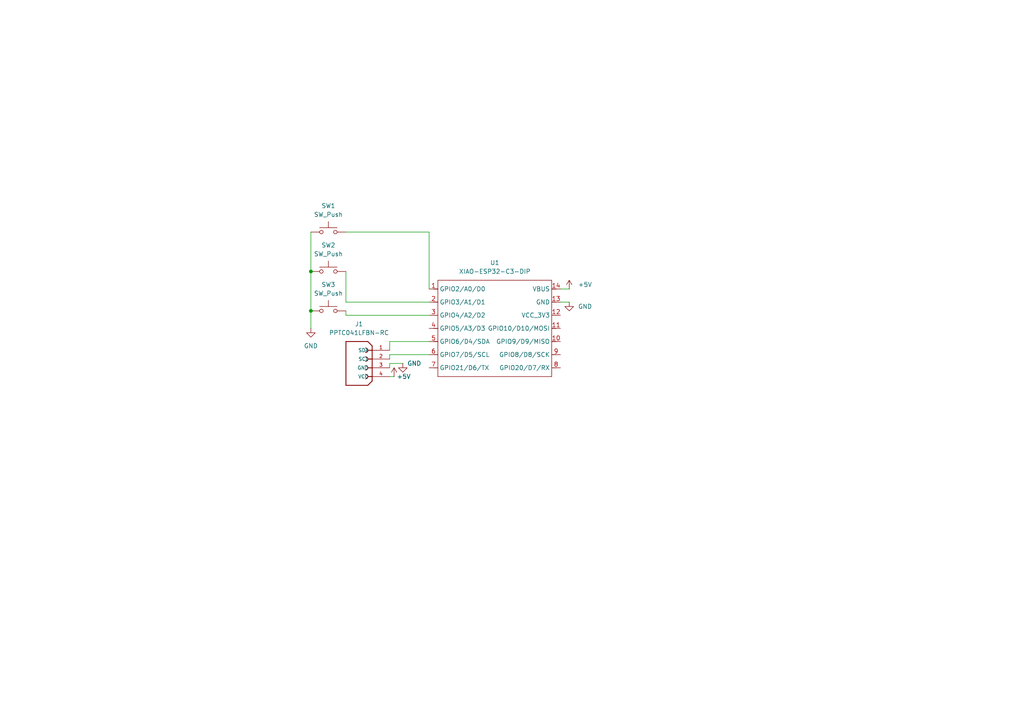
<source format=kicad_sch>
(kicad_sch (version 20250114) (generator "eeschema") (generator_version "9.0")
  (paper "A4")
  (lib_symbols
    (symbol "Headers:PPTC041LFBN-RC" (pin_names (offset 1.016))
      (property "Reference" "J" (at -7.62 6.35 0))
      (property "Value" "PPTC041LFBN-RC" (at -7.62 -10.16 0))
      (symbol "PPTC041LFBN-RC_0_0"
        (polyline (pts (xy -7.62 5.08) (xy -1.27 5.08)) (stroke (width 0.254)))
        (polyline (pts (xy -7.62 -7.62) (xy -7.62 5.08)) (stroke (width 0.254)))
        (arc (start -1.905 3.175) (mid -1.2727 2.54) (end -1.905 1.905) (stroke (width 0.254)))
        (arc (start -1.905 0.635) (mid -1.2727 0) (end -1.905 -0.635) (stroke (width 0.254)))
        (arc (start -1.905 -1.905) (mid -1.2727 -2.54) (end -1.905 -3.175) (stroke (width 0.254)))
        (arc (start -1.905 -4.445) (mid -1.2727 -5.08) (end -1.905 -5.715) (stroke (width 0.254)))
        (polyline (pts (xy -1.27 -7.62) (xy -7.62 -7.62)) (stroke (width 0.254)))
        (polyline (pts (xy 0 3.81) (xy -1.27 5.08)) (stroke (width 0.254)))
        (polyline (pts (xy 0 3.81) (xy 0 -6.35)) (stroke (width 0.254)))
        (polyline (pts (xy 0 2.54) (xy -1.27 2.54)) (stroke (width 0.254)))
        (polyline (pts (xy 0 0) (xy -1.27 0)) (stroke (width 0.254)))
        (polyline (pts (xy 0 -2.54) (xy -1.27 -2.54)) (stroke (width 0.254)))
        (polyline (pts (xy 0 -5.08) (xy -1.27 -5.08)) (stroke (width 0.254)))
        (polyline (pts (xy 0 -6.35) (xy -1.27 -7.62)) (stroke (width 0.254)))
      )
      (symbol "PPTC041LFBN-RC_1_0"
        (pin passive line (at 5.08 2.54 180) (length 5.08) (name "SDA") (number "1"))
        (pin passive line (at 5.08 0 180) (length 5.08) (name "SCL") (number "2"))
        (pin passive line (at 5.08 -2.54 180) (length 5.08) (name "GND") (number "3"))
        (pin passive line (at 5.08 -5.08 180) (length 5.08) (name "VCC") (number "4"))
      )
    )
    (symbol "OPL Library:XIAO-ESP32-C3-DIP"
      (property "Reference" "U" (at 1.016 2.794 0))
      (property "Value" "XIAO-ESP32-C3-DIP" (at 7.62 1.016 0))
      (symbol "XIAO-ESP32-C3-DIP_1_0"
        (polyline (pts (xy 0 0) (xy 33.02 0)) (stroke (width 0.1524)))
        (polyline (pts (xy 0 -2.54) (xy -1.27 -2.54)) (stroke (width 0.1524)))
        (polyline (pts (xy 0 -2.54) (xy 0 0)) (stroke (width 0.1524)))
        (polyline (pts (xy 0 -6.35) (xy -1.27 -6.35)) (stroke (width 0.1524)))
        (polyline (pts (xy 0 -6.35) (xy 0 -2.54)) (stroke (width 0.1524)))
        (polyline (pts (xy 0 -10.16) (xy -1.27 -10.16)) (stroke (width 0.1524)))
        (polyline (pts (xy 0 -10.16) (xy 0 -6.35)) (stroke (width 0.1524)))
        (polyline (pts (xy 0 -13.97) (xy -1.27 -13.97)) (stroke (width 0.1524)))
        (polyline (pts (xy 0 -13.97) (xy 0 -10.16)) (stroke (width 0.1524)))
        (polyline (pts (xy 0 -17.78) (xy -1.27 -17.78)) (stroke (width 0.1524)))
        (polyline (pts (xy 0 -21.59) (xy -1.27 -21.59)) (stroke (width 0.1524)))
        (polyline (pts (xy 0 -25.4) (xy -1.27 -25.4)) (stroke (width 0.1524)))
        (polyline (pts (xy 0 -27.94) (xy 0 -13.97)) (stroke (width 0.1524)))
        (polyline (pts (xy 33.02 0) (xy 33.02 -2.54)) (stroke (width 0.1524)))
        (polyline (pts (xy 33.02 -2.54) (xy 33.02 -6.35)) (stroke (width 0.1524)))
        (polyline (pts (xy 33.02 -6.35) (xy 33.02 -10.16)) (stroke (width 0.1524)))
        (polyline (pts (xy 33.02 -10.16) (xy 33.02 -27.94)) (stroke (width 0.1524)))
        (polyline (pts (xy 33.02 -27.94) (xy 0 -27.94)) (stroke (width 0.1524)))
        (polyline (pts (xy 34.29 -2.54) (xy 33.02 -2.54)) (stroke (width 0.1524)))
        (polyline (pts (xy 34.29 -6.35) (xy 33.02 -6.35)) (stroke (width 0.1524)))
        (polyline (pts (xy 34.29 -10.16) (xy 33.02 -10.16)) (stroke (width 0.1524)))
        (polyline (pts (xy 34.29 -13.97) (xy 33.02 -13.97)) (stroke (width 0.1524)))
        (polyline (pts (xy 34.29 -17.78) (xy 33.02 -17.78)) (stroke (width 0.1524)))
        (polyline (pts (xy 34.29 -21.59) (xy 33.02 -21.59)) (stroke (width 0.1524)))
        (polyline (pts (xy 34.29 -25.4) (xy 33.02 -25.4)) (stroke (width 0.1524)))
        (pin passive line (at -2.54 -2.54 0) (length 2.54) (name "GPIO2/A0/D0") (number "1"))
        (pin passive line (at -2.54 -6.35 0) (length 2.54) (name "GPIO3/A1/D1") (number "2"))
        (pin passive line (at -2.54 -10.16 0) (length 2.54) (name "GPIO4/A2/D2") (number "3"))
        (pin passive line (at -2.54 -13.97 0) (length 2.54) (name "GPIO5/A3/D3") (number "4"))
        (pin passive line (at -2.54 -17.78 0) (length 2.54) (name "GPIO6/D4/SDA") (number "5"))
        (pin passive line (at -2.54 -21.59 0) (length 2.54) (name "GPIO7/D5/SCL") (number "6"))
        (pin passive line (at -2.54 -25.4 0) (length 2.54) (name "GPIO21/D6/TX") (number "7"))
        (pin passive line (at 35.56 -2.54 180) (length 2.54) (name "VBUS") (number "14"))
        (pin passive line (at 35.56 -6.35 180) (length 2.54) (name "GND") (number "13"))
        (pin passive line (at 35.56 -10.16 180) (length 2.54) (name "VCC_3V3") (number "12"))
        (pin passive line (at 35.56 -13.97 180) (length 2.54) (name "GPIO10/D10/MOSI") (number "11"))
        (pin passive line (at 35.56 -17.78 180) (length 2.54) (name "GPIO9/D9/MISO") (number "10"))
        (pin passive line (at 35.56 -21.59 180) (length 2.54) (name "GPIO8/D8/SCK") (number "9"))
        (pin passive line (at 35.56 -25.4 180) (length 2.54) (name "GPIO20/D7/RX") (number "8"))
      )
    )
    (symbol "Switch:SW_Push" (pin_numbers (hide yes)) (pin_names (offset 1.016) (hide yes))
      (property "Reference" "SW" (at 1.27 2.54 0))
      (property "Value" "SW_Push" (at 0 -1.524 0))
      (symbol "SW_Push_0_1"
        (circle (center -2.032 0) (radius 0.508))
        (polyline (pts (xy 0 1.27) (xy 0 3.048)))
        (circle (center 2.032 0) (radius 0.508))
        (polyline (pts (xy 2.54 1.27) (xy -2.54 1.27)))
        (pin passive line (at -5.08 0 0) (length 2.54) (name "1") (number "1"))
        (pin passive line (at 5.08 0 180) (length 2.54) (name "2") (number "2"))
      )
    )
    (symbol "power:+5V" (power) (pin_numbers (hide yes)) (pin_names (offset 0) (hide yes))
      (property "Value" "+5V" (at 0 3.556 0))
      (symbol "+5V_0_1"
        (polyline (pts (xy -0.762 1.27) (xy 0 2.54)))
        (polyline (pts (xy 0 2.54) (xy 0.762 1.27)))
        (polyline (pts (xy 0 0) (xy 0 2.54)))
      )
      (symbol "+5V_1_1"
        (pin power_in line (at 0 0 90) (length 0) (name "~") (number "1"))
      )
    )
    (symbol "power:GND" (power) (pin_numbers (hide yes)) (pin_names (offset 0) (hide yes))
      (property "Value" "GND" (at 0 -3.81 0))
      (symbol "GND_0_1"
        (polyline (pts (xy 0 0) (xy 0 -1.27) (xy 1.27 -1.27) (xy 0 -2.54) (xy -1.27 -1.27) (xy 0 -1.27)))
      )
      (symbol "GND_1_1"
        (pin power_in line (at 0 0 270) (length 0) (name "~") (number "1"))
      )
    )
  )
  (junction (at 90.17 78.74))
  (junction (at 90.17 90.17))
  (wire (pts (xy 124.46 67.31) (xy 100.33 67.31)))
  (wire (pts (xy 124.46 102.87) (xy 113.03 102.87)))
  (wire (pts (xy 113.03 102.87) (xy 113.03 104.14)))
  (wire (pts (xy 90.17 67.31) (xy 90.17 78.74)))
  (wire (pts (xy 100.33 91.44) (xy 100.33 90.17)))
  (wire (pts (xy 124.46 83.82) (xy 124.46 67.31)))
  (wire (pts (xy 100.33 87.63) (xy 100.33 78.74)))
  (wire (pts (xy 124.46 91.44) (xy 100.33 91.44)))
  (wire (pts (xy 116.84 105.41) (xy 113.03 105.41)))
  (wire (pts (xy 90.17 78.74) (xy 90.17 90.17)))
  (wire (pts (xy 114.3 109.22) (xy 113.03 109.22)))
  (wire (pts (xy 113.03 105.41) (xy 113.03 106.68)))
  (wire (pts (xy 165.1 87.63) (xy 162.56 87.63)))
  (wire (pts (xy 113.03 99.06) (xy 113.03 101.6)))
  (wire (pts (xy 124.46 99.06) (xy 113.03 99.06)))
  (wire (pts (xy 165.1 83.82) (xy 162.56 83.82)))
  (wire (pts (xy 124.46 87.63) (xy 100.33 87.63)))
  (wire (pts (xy 90.17 90.17) (xy 90.17 95.25)))
  (symbol (lib_id "power:GND") (at 165.1 87.63 0) (unit 1)
    (property "Reference" "#PWR02" (effects (hide yes)))
    (property "Value" "GND" (at 167.64 88.8999 0) (effects (justify left)))
    (property "Description" "Power symbol creates a global label with name \"GND\" , ground" (effects (hide yes)))
  )
  (symbol (lib_id "Headers:PPTC041LFBN-RC") (at 107.95 104.14 0) (unit 1)
    (property "Reference" "J1" (at 104.14 93.98 0))
    (property "Value" "PPTC041LFBN-RC" (at 104.14 96.52 0))
    (property "Footprint" "Headers:OLED 128x128" (effects (hide yes)))
    (property "PARTREV" "J - 04/15/2015" (effects (hide yes)))
    (property "MANUFACTURER" "SULLINS" (effects (hide yes)))
    (property "MAXIMUM_PACKAGE_HEIGHT" "8.5mm" (effects (hide yes)))
    (property "STANDARD" "Manufacturer Recommendations" (effects (hide yes)))
  )
  (symbol (lib_id "Switch:SW_Push") (at 95.25 67.31 0) (unit 1)
    (property "Reference" "SW1" (at 95.25 59.69 0))
    (property "Value" "SW_Push" (at 95.25 62.23 0))
    (property "Footprint" "Button:button_12mm" (effects (hide yes)))
    (property "Description" "Push button switch, generic, two pins" (effects (hide yes)))
  )
  (symbol (lib_id "Switch:SW_Push") (at 95.25 90.17 0) (unit 1)
    (property "Reference" "SW3" (at 95.25 82.55 0))
    (property "Value" "SW_Push" (at 95.25 85.09 0))
    (property "Footprint" "Button:button_12mm" (effects (hide yes)))
    (property "Description" "Push button switch, generic, two pins" (effects (hide yes)))
  )
  (symbol (lib_id "power:GND") (at 90.17 95.25 0) (unit 1)
    (property "Reference" "#PWR03" (effects (hide yes)))
    (property "Value" "GND" (at 90.17 100.33 0))
    (property "Description" "Power symbol creates a global label with name \"GND\" , ground" (effects (hide yes)))
  )
  (symbol (lib_id "power:+5V") (at 114.3 109.22 0) (unit 1)
    (property "Reference" "#PWR05" (effects (hide yes)))
    (property "Value" "+5V" (at 115.062 109.22 0) (effects (justify left)))
    (property "Description" "Power symbol creates a global label with name \"+5V\"" (effects (hide yes)))
  )
  (symbol (lib_id "power:+5V") (at 165.1 83.82 0) (unit 1)
    (property "Reference" "#PWR01" (effects (hide yes)))
    (property "Value" "+5V" (at 167.64 82.5499 0) (effects (justify left)))
    (property "Description" "Power symbol creates a global label with name \"+5V\"" (effects (hide yes)))
  )
  (symbol (lib_id "Switch:SW_Push") (at 95.25 78.74 0) (unit 1)
    (property "Reference" "SW2" (at 95.25 71.12 0))
    (property "Value" "SW_Push" (at 95.25 73.66 0))
    (property "Footprint" "Button:button_12mm" (effects (hide yes)))
    (property "Description" "Push button switch, generic, two pins" (effects (hide yes)))
  )
  (symbol (lib_id "OPL Library:XIAO-ESP32-C3-DIP") (at 127 81.28 0) (unit 1)
    (property "Reference" "U1" (at 143.51 76.2 0))
    (property "Value" "XIAO-ESP32-C3-DIP" (at 143.51 78.74 0))
    (property "Footprint" "OPL Lib:XIAO-ESP32C3-DIP" (effects (hide yes)))
  )
  (symbol (lib_id "power:GND") (at 116.84 105.41 0) (unit 1)
    (property "Reference" "#PWR04" (effects (hide yes)))
    (property "Value" "GND" (at 118.11 105.41 0) (effects (justify left)))
    (property "Description" "Power symbol creates a global label with name \"GND\" , ground" (effects (hide yes)))
  )
)
</source>
